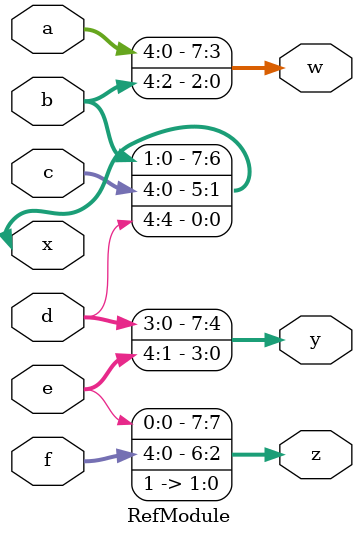
<source format=sv>

module RefModule (
  input [4:0] a,
  input [4:0] b,
  input [4:0] c,
  input [4:0] d,
  input [4:0] e,
  input [4:0] f,
  output [7:0] w,
  input [7:0] x,
  output [7:0] y,
  output [7:0] z
);

  assign { w,x,y,z} = {a,b,c,d,e,f,2'b11};

endmodule


</source>
